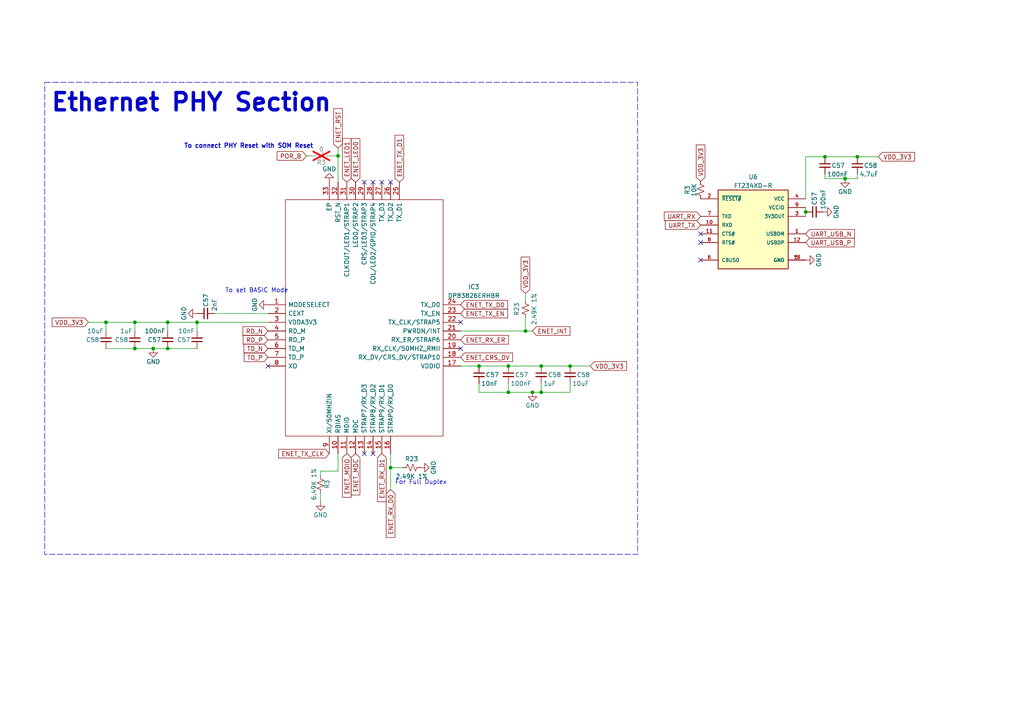
<source format=kicad_sch>
(kicad_sch (version 20230121) (generator eeschema)
  (paper "A4")
  (lib_symbols
    (symbol "DP83826ERHBR:DP83826ERHBR" (pin_names (offset 0.762))
      (property "Reference" "IC" (at 52.07 35.56 0))
      (property "Value" "DP83826ERHBR" (at 52.07 33.02 0))
      (symbol "DP83826ERHBR_0_0"
        (pin passive line (at 0 0 0) (length 5.08) (name "MODESELECT") (number "1"))
        (pin passive line (at 20.32 -43.18 90) (length 5.08) (name "RBIAS") (number "10"))
        (pin passive line (at 22.86 -43.18 90) (length 5.08) (name "MDIO") (number "11"))
        (pin passive line (at 25.4 -43.18 90) (length 5.08) (name "MDC") (number "12"))
        (pin passive line (at 27.94 -43.18 90) (length 5.08) (name "STRAP7/RX_D3") (number "13"))
        (pin passive line (at 30.48 -43.18 90) (length 5.08) (name "STRAP8/RX_D2") (number "14"))
        (pin passive line (at 33.02 -43.18 90) (length 5.08) (name "STRAP9/RX_D1") (number "15"))
        (pin passive line (at 35.56 -43.18 90) (length 5.08) (name "STRAP0/RX_D0") (number "16"))
        (pin passive line (at 55.88 -17.78 180) (length 5.08) (name "VDDIO") (number "17"))
        (pin passive line (at 55.88 -15.24 180) (length 5.08) (name "RX_DV/CRS_DV/STRAP10") (number "18"))
        (pin passive line (at 55.88 -12.7 180) (length 5.08) (name "RX_CLK/50MHZ_RMII") (number "19"))
        (pin passive line (at 0 -2.54 0) (length 5.08) (name "CEXT") (number "2"))
        (pin passive line (at 55.88 -10.16 180) (length 5.08) (name "RX_ER/STRAP6") (number "20"))
        (pin passive line (at 55.88 -7.62 180) (length 5.08) (name "PWRDN/INT") (number "21"))
        (pin passive line (at 55.88 -5.08 180) (length 5.08) (name "TX_CLK/STRAP5") (number "22"))
        (pin passive line (at 55.88 -2.54 180) (length 5.08) (name "TX_EN") (number "23"))
        (pin passive line (at 55.88 0 180) (length 5.08) (name "TX_D0") (number "24"))
        (pin passive line (at 38.1 35.56 270) (length 5.08) (name "TX_D1") (number "25"))
        (pin passive line (at 35.56 35.56 270) (length 5.08) (name "TX_D2") (number "26"))
        (pin passive line (at 33.02 35.56 270) (length 5.08) (name "TX_D3") (number "27"))
        (pin passive line (at 30.48 35.56 270) (length 5.08) (name "COL/LED2/GPIO/STRAP4") (number "28"))
        (pin passive line (at 27.94 35.56 270) (length 5.08) (name "CRS/LED3/STRAP3") (number "29"))
        (pin passive line (at 0 -5.08 0) (length 5.08) (name "VDDA3V3") (number "3"))
        (pin passive line (at 25.4 35.56 270) (length 5.08) (name "LED0/STRAP2") (number "30"))
        (pin passive line (at 22.86 35.56 270) (length 5.08) (name "CLKOUT/LED1/STRAP1") (number "31"))
        (pin passive line (at 20.32 35.56 270) (length 5.08) (name "RST_N") (number "32"))
        (pin passive line (at 17.78 35.56 270) (length 5.08) (name "EP") (number "33"))
        (pin passive line (at 0 -7.62 0) (length 5.08) (name "RD_M") (number "4"))
        (pin passive line (at 0 -10.16 0) (length 5.08) (name "RD_P") (number "5"))
        (pin passive line (at 0 -12.7 0) (length 5.08) (name "TD_M") (number "6"))
        (pin passive line (at 0 -15.24 0) (length 5.08) (name "TD_P") (number "7"))
        (pin passive line (at 0 -17.78 0) (length 5.08) (name "XO") (number "8"))
        (pin passive line (at 17.78 -43.18 90) (length 5.08) (name "XI/50MHZIN") (number "9"))
      )
      (symbol "DP83826ERHBR_0_1"
        (polyline (pts (xy 5.08 30.48) (xy 50.8 30.48) (xy 50.8 -38.1) (xy 5.08 -38.1) (xy 5.08 30.48)) (stroke (width 0.1524)))
      )
    )
    (symbol "Device:C_Small" (pin_numbers hide) (pin_names (offset 0.254) hide)
      (property "Reference" "C" (at 0.254 1.778 0))
      (property "Value" "C_Small" (at 0.254 -2.032 0))
      (symbol "C_Small_0_1"
        (polyline (pts (xy -1.524 -0.508) (xy 1.524 -0.508)) (stroke (width 0.3302)))
        (polyline (pts (xy -1.524 0.508) (xy 1.524 0.508)) (stroke (width 0.3048)))
      )
      (symbol "C_Small_1_1"
        (pin passive line (at 0 2.54 270) (length 2.032) (name "~") (number "1"))
        (pin passive line (at 0 -2.54 90) (length 2.032) (name "~") (number "2"))
      )
    )
    (symbol "Device:R_Small_US" (pin_numbers hide) (pin_names (offset 0.254) hide)
      (property "Reference" "R" (at 0.762 0.508 0))
      (property "Value" "R_Small_US" (at 0.762 -1.016 0))
      (symbol "R_Small_US_1_1"
        (polyline (pts (xy 0 0) (xy 1.016 -0.381) (xy 0 -0.762) (xy -1.016 -1.143) (xy 0 -1.524)))
        (polyline (pts (xy 0 1.524) (xy 1.016 1.143) (xy 0 0.762) (xy -1.016 0.381) (xy 0 0)))
        (pin passive line (at 0 2.54 270) (length 1.016) (name "~") (number "1"))
        (pin passive line (at 0 -2.54 90) (length 1.016) (name "~") (number "2"))
      )
    )
    (symbol "FT234XD-R:FT234XD-R" (pin_names (offset 1.016))
      (property "Reference" "U" (at -10.16 13.97 0))
      (property "Value" "FT234XD-R" (at -10.16 -11.43 0))
      (symbol "FT234XD-R_0_0"
        (rectangle (start -10.16 -10.16) (end 10.16 12.7) (stroke (width 0.254)) (fill (type background)))
        (pin bidirectional line (at 15.24 0 180) (length 5.08) (name "USBDM") (number "1"))
        (pin input line (at -15.24 2.54 0) (length 5.08) (name "RXD") (number "10"))
        (pin input line (at -15.24 0 0) (length 5.08) (name "CTS#") (number "11"))
        (pin bidirectional line (at 15.24 -2.54 180) (length 5.08) (name "USBDP") (number "12"))
        (pin power_in line (at 15.24 -7.62 180) (length 5.08) (name "GND") (number "13"))
        (pin input line (at -15.24 10.16 0) (length 5.08) (name "~{RESET#}") (number "2"))
        (pin output line (at 15.24 5.08 180) (length 5.08) (name "3V3OUT") (number "3"))
        (pin power_in line (at 15.24 10.16 180) (length 5.08) (name "VCC") (number "4"))
        (pin power_in line (at 15.24 -7.62 180) (length 5.08) (name "GND") (number "5"))
        (pin bidirectional line (at -15.24 -7.62 0) (length 5.08) (name "CBUS0") (number "6"))
        (pin output line (at -15.24 5.08 0) (length 5.08) (name "TXD") (number "7"))
        (pin output line (at -15.24 -2.54 0) (length 5.08) (name "RTS#") (number "8"))
        (pin power_in line (at 15.24 7.62 180) (length 5.08) (name "VCCIO") (number "9"))
      )
    )
    (symbol "power:GND" (power) (pin_names (offset 0))
      (property "Value" "GND" (at 0 -3.81 0))
      (symbol "GND_0_1"
        (polyline (pts (xy 0 0) (xy 0 -1.27) (xy 1.27 -1.27) (xy 0 -2.54) (xy -1.27 -1.27) (xy 0 -1.27)))
      )
      (symbol "GND_1_1"
        (pin power_in line (at 0 0 270) (length 0) hide (name "GND") (number "1"))
      )
    )
  )
  (junction (at 39.116 101.092))
  (junction (at 233.68 61.468))
  (junction (at 165.354 106.172))
  (junction (at 147.447 106.172))
  (junction (at 248.666 45.466))
  (junction (at 48.641 93.472))
  (junction (at 154.432 113.792))
  (junction (at 30.734 93.472))
  (junction (at 152.4 96.012))
  (junction (at 113.284 135.636))
  (junction (at 245.11 51.816))
  (junction (at 48.641 101.092))
  (junction (at 239.268 45.466))
  (junction (at 147.447 113.792))
  (junction (at 138.938 106.172))
  (junction (at 98.044 45.212))
  (junction (at 57.15 93.472))
  (junction (at 156.972 113.792))
  (junction (at 39.116 93.472))
  (junction (at 156.972 106.172))
  (junction (at 44.45 101.092))
  (no_connect (at 133.604 93.472))
  (no_connect (at 113.284 52.832))
  (no_connect (at 203.2 70.358))
  (no_connect (at 77.724 106.172))
  (no_connect (at 105.664 131.572))
  (no_connect (at 203.2 67.818))
  (no_connect (at 108.204 131.572))
  (no_connect (at 203.2 75.438))
  (no_connect (at 110.744 52.832))
  (no_connect (at 133.604 101.092))
  (no_connect (at 108.204 52.832))
  (no_connect (at 105.664 52.832))
  (wire (pts (xy 156.972 113.792) (xy 165.354 113.792)))
  (wire (pts (xy 98.044 136.652) (xy 98.044 131.572)))
  (wire (pts (xy 152.4 85.09) (xy 152.4 87.122)))
  (wire (pts (xy 48.641 96.012) (xy 48.641 93.472)))
  (wire (pts (xy 233.68 45.466) (xy 239.268 45.466)))
  (wire (pts (xy 92.964 136.652) (xy 98.044 136.652)))
  (wire (pts (xy 39.116 93.472) (xy 48.641 93.472)))
  (wire (pts (xy 147.447 106.172) (xy 156.972 106.172)))
  (wire (pts (xy 154.432 113.792) (xy 156.972 113.792)))
  (wire (pts (xy 233.68 61.468) (xy 233.68 62.738)))
  (wire (pts (xy 245.11 51.816) (xy 248.666 51.816)))
  (wire (pts (xy 57.15 93.472) (xy 48.641 93.472)))
  (wire (pts (xy 248.666 45.466) (xy 254.762 45.466)))
  (wire (pts (xy 239.268 51.816) (xy 245.11 51.816)))
  (wire (pts (xy 113.284 141.986) (xy 113.284 135.636)))
  (wire (pts (xy 165.354 106.172) (xy 171.196 106.172)))
  (wire (pts (xy 165.354 111.252) (xy 165.354 113.792)))
  (wire (pts (xy 48.641 101.092) (xy 44.45 101.092)))
  (wire (pts (xy 98.044 45.212) (xy 98.044 52.832)))
  (wire (pts (xy 92.964 143.002) (xy 92.964 145.542)))
  (wire (pts (xy 98.044 42.926) (xy 98.044 45.212)))
  (wire (pts (xy 248.666 51.816) (xy 248.666 50.546)))
  (wire (pts (xy 138.938 111.252) (xy 138.938 113.792)))
  (wire (pts (xy 62.23 90.932) (xy 77.724 90.932)))
  (wire (pts (xy 133.604 106.172) (xy 138.938 106.172)))
  (wire (pts (xy 113.284 135.636) (xy 113.284 131.572)))
  (wire (pts (xy 57.15 96.012) (xy 57.15 93.472)))
  (wire (pts (xy 147.447 113.792) (xy 154.432 113.792)))
  (wire (pts (xy 233.68 60.198) (xy 233.68 61.468)))
  (wire (pts (xy 138.938 106.172) (xy 147.447 106.172)))
  (wire (pts (xy 138.938 113.792) (xy 147.447 113.792)))
  (wire (pts (xy 239.268 45.466) (xy 248.666 45.466)))
  (wire (pts (xy 113.284 135.636) (xy 116.84 135.636)))
  (wire (pts (xy 152.4 96.012) (xy 133.604 96.012)))
  (wire (pts (xy 44.45 101.092) (xy 39.116 101.092)))
  (wire (pts (xy 39.116 93.472) (xy 30.734 93.472)))
  (wire (pts (xy 25.654 93.472) (xy 30.734 93.472)))
  (wire (pts (xy 39.116 96.012) (xy 39.116 93.472)))
  (wire (pts (xy 39.116 101.092) (xy 30.734 101.092)))
  (wire (pts (xy 30.734 96.012) (xy 30.734 93.472)))
  (wire (pts (xy 239.268 50.546) (xy 239.268 51.816)))
  (wire (pts (xy 88.9 45.212) (xy 90.678 45.212)))
  (wire (pts (xy 147.447 111.252) (xy 147.447 113.792)))
  (wire (pts (xy 156.972 111.252) (xy 156.972 113.792)))
  (wire (pts (xy 233.68 57.658) (xy 233.68 45.466)))
  (wire (pts (xy 77.724 93.472) (xy 57.15 93.472)))
  (wire (pts (xy 152.4 92.202) (xy 152.4 96.012)))
  (wire (pts (xy 95.758 45.212) (xy 98.044 45.212)))
  (wire (pts (xy 156.972 106.172) (xy 165.354 106.172)))
  (wire (pts (xy 92.964 136.652) (xy 92.964 137.922)))
  (wire (pts (xy 57.15 101.092) (xy 48.641 101.092)))
  (wire (pts (xy 154.432 96.012) (xy 152.4 96.012)))
  (rectangle (start 12.954 23.876) (end 184.912 160.782) (stroke (width 0) (type dash)))
  (text "Ethernet PHY Section" (at 14.478 32.766 0) (effects (font (size 5 5) bold) (justify left bottom)))
  (text "For Full Duplex" (at 114.554 140.716 0) (effects (font (size 1.27 1.27)) (justify left bottom)))
  (text "To set BASIC Mode" (at 65.278 85.09 0) (effects (font (size 1.27 1.27)) (justify left bottom)))
  (text "To connect PHY Reset with SOM Reset" (at 53.34 43.18 0) (effects (font (size 1.27 1.27) bold) (justify left bottom)))
  (global_label "UART_TX" (shape input) (at 203.2 65.278 180) (property "Intersheetrefs" "${INTERSHEET_REFS}" (effects hide)))
  (global_label "ENET_TX_CLK" (shape input) (at 95.504 131.572 180) (property "Intersheetrefs" "${INTERSHEET_REFS}" (effects hide)))
  (global_label "RD_P" (shape input) (at 77.724 98.552 180) (property "Intersheetrefs" "${INTERSHEET_REFS}" (effects hide)))
  (global_label "VDD_3V3" (shape input) (at 254.762 45.466 0) (property "Intersheetrefs" "${INTERSHEET_REFS}" (effects hide)))
  (global_label "TD_P" (shape input) (at 77.724 103.632 180) (property "Intersheetrefs" "${INTERSHEET_REFS}" (effects hide)))
  (global_label "ENET_RX_D0" (shape input) (at 113.284 141.986 270) (property "Intersheetrefs" "${INTERSHEET_REFS}" (effects hide)))
  (global_label "ENET_TX_D0" (shape input) (at 133.604 88.392 0) (property "Intersheetrefs" "${INTERSHEET_REFS}" (effects hide)))
  (global_label "ENET_RX_ER" (shape input) (at 133.604 98.552 0) (property "Intersheetrefs" "${INTERSHEET_REFS}" (effects hide)))
  (global_label "TD_N" (shape input) (at 77.724 101.092 180) (property "Intersheetrefs" "${INTERSHEET_REFS}" (effects hide)))
  (global_label "UART_USB_P" (shape input) (at 233.68 70.358 0) (property "Intersheetrefs" "${INTERSHEET_REFS}" (effects hide)))
  (global_label "ENET_TX_D1" (shape input) (at 115.824 52.832 90) (property "Intersheetrefs" "${INTERSHEET_REFS}" (effects hide)))
  (global_label "ENET_RX_D1" (shape input) (at 110.744 131.572 270) (property "Intersheetrefs" "${INTERSHEET_REFS}" (effects hide)))
  (global_label "ENET_LED1" (shape input) (at 100.584 52.832 90) (property "Intersheetrefs" "${INTERSHEET_REFS}" (effects hide)))
  (global_label "ENET_MDC" (shape input) (at 103.124 131.572 270) (property "Intersheetrefs" "${INTERSHEET_REFS}" (effects hide)))
  (global_label "VDD_3V3" (shape input) (at 152.4 85.09 90) (property "Intersheetrefs" "${INTERSHEET_REFS}" (effects hide)))
  (global_label "RD_N" (shape input) (at 77.724 96.012 180) (property "Intersheetrefs" "${INTERSHEET_REFS}" (effects hide)))
  (global_label "ENET_CRS_DV" (shape input) (at 133.604 103.632 0) (property "Intersheetrefs" "${INTERSHEET_REFS}" (effects hide)))
  (global_label "VDD_3V3" (shape input) (at 203.2 52.578 90) (property "Intersheetrefs" "${INTERSHEET_REFS}" (effects hide)))
  (global_label "VDD_3V3" (shape input) (at 25.654 93.472 180) (property "Intersheetrefs" "${INTERSHEET_REFS}" (effects hide)))
  (global_label "POR_B" (shape input) (at 88.9 45.212 180) (property "Intersheetrefs" "${INTERSHEET_REFS}" (effects hide)))
  (global_label "ENET_MDIO" (shape input) (at 100.584 131.572 270) (property "Intersheetrefs" "${INTERSHEET_REFS}" (effects hide)))
  (global_label "ENET_TX_EN" (shape input) (at 133.604 90.932 0) (property "Intersheetrefs" "${INTERSHEET_REFS}" (effects hide)))
  (global_label "VDD_3V3" (shape input) (at 171.196 106.172 0) (property "Intersheetrefs" "${INTERSHEET_REFS}" (effects hide)))
  (global_label "UART_RX" (shape input) (at 203.2 62.738 180) (property "Intersheetrefs" "${INTERSHEET_REFS}" (effects hide)))
  (global_label "ENET_LED0" (shape input) (at 103.124 52.832 90) (property "Intersheetrefs" "${INTERSHEET_REFS}" (effects hide)))
  (global_label "ENET_INT" (shape input) (at 154.432 96.012 0) (property "Intersheetrefs" "${INTERSHEET_REFS}" (effects hide)))
  (global_label "ENET_RST" (shape input) (at 98.044 42.926 90) (property "Intersheetrefs" "${INTERSHEET_REFS}" (effects hide)))
  (global_label "UART_USB_N" (shape input) (at 233.68 67.818 0) (property "Intersheetrefs" "${INTERSHEET_REFS}" (effects hide)))
  (symbol (lib_id "power:GND") (at 154.432 113.792 0) (unit 1)
    (property "Reference" "#PWR046" (effects hide))
    (property "Value" "GND" (at 154.432 117.602 0))
    (instances (project "i.MXRT SoM" (path "" (reference "#PWR046") (unit 1)) (path "" (reference "#PWR055") (unit 1))))
  )
  (symbol (lib_id "Device:C_Small") (at 147.447 108.712 0) (unit 1)
    (property "Reference" "C57" (at 149.352 108.712 0) (effects (justify left)))
    (property "Value" "100nF" (at 148.082 111.252 0) (effects (justify left)))
    (property "Footprint" "Capacitor_SMD:C_0402_1005Metric" (effects hide))
    (instances (project "i.MXRT SoM" (path "" (reference "C57") (unit 1)) (path "" (reference "C52") (unit 1))))
  )
  (symbol (lib_id "Device:C_Small") (at 59.69 90.932 90) (unit 1)
    (property "Reference" "C57" (at 59.69 89.027 0) (effects (justify left)))
    (property "Value" "2nF" (at 62.23 90.297 0) (effects (justify left)))
    (property "Footprint" "Capacitor_SMD:C_0402_1005Metric" (effects hide))
    (instances (project "i.MXRT SoM" (path "" (reference "C57") (unit 1)) (path "" (reference "C56") (unit 1))))
  )
  (symbol (lib_id "Device:R_Small_US") (at 119.38 135.636 270) (unit 1)
    (property "Reference" "R23" (at 119.38 133.096 90))
    (property "Value" "2.49K 1%" (at 119.38 138.176 90))
    (property "Footprint" "Resistor_SMD:R_0603_1608Metric" (effects hide))
    (instances (project "i.MXRT SoM" (path "" (reference "R23") (unit 1)) (path "" (reference "R30") (unit 1))))
  )
  (symbol (lib_id "power:GND") (at 57.15 90.932 270) (unit 1)
    (property "Reference" "#PWR046" (effects hide))
    (property "Value" "GND" (at 53.34 90.932 0))
    (instances (project "i.MXRT SoM" (path "" (reference "#PWR046") (unit 1)) (path "" (reference "#PWR041") (unit 1))))
  )
  (symbol (lib_id "power:GND") (at 233.68 75.438 90) (unit 1)
    (property "Reference" "#PWR046" (effects hide))
    (property "Value" "GND" (at 237.49 75.438 0))
    (instances (project "i.MXRT SoM" (path "" (reference "#PWR046") (unit 1)) (path "" (reference "#PWR070") (unit 1))))
  )
  (symbol (lib_id "Device:C_Small") (at 138.938 108.712 0) (unit 1)
    (property "Reference" "C57" (at 140.843 108.712 0) (effects (justify left)))
    (property "Value" "10nF" (at 139.573 111.252 0) (effects (justify left)))
    (property "Footprint" "Capacitor_SMD:C_0402_1005Metric" (effects hide))
    (instances (project "i.MXRT SoM" (path "" (reference "C57") (unit 1)) (path "" (reference "C77") (unit 1))))
  )
  (symbol (lib_id "power:GND") (at 238.76 61.468 90) (unit 1)
    (property "Reference" "#PWR046" (effects hide))
    (property "Value" "GND" (at 242.57 61.468 0))
    (instances (project "i.MXRT SoM" (path "" (reference "#PWR046") (unit 1)) (path "" (reference "#PWR059") (unit 1))))
  )
  (symbol (lib_id "Device:C_Small") (at 39.116 98.552 180) (unit 1)
    (property "Reference" "C58" (at 37.211 98.552 0) (effects (justify left)))
    (property "Value" "1uF" (at 38.481 96.012 0) (effects (justify left)))
    (property "Footprint" "Capacitor_SMD:C_0603_1608Metric" (effects hide))
    (instances (project "i.MXRT SoM" (path "" (reference "C58") (unit 1)) (path "" (reference "C81") (unit 1))))
  )
  (symbol (lib_id "Device:R_Small_US") (at 92.964 140.462 180) (unit 1)
    (property "Reference" "R3" (at 94.869 140.462 90))
    (property "Value" "6.49K 1%" (at 91.059 140.462 90))
    (property "Footprint" "Resistor_SMD:R_0603_1608Metric" (effects hide))
    (instances (project "i.MXRT SoM" (path "" (reference "R3") (unit 1)) (path "" (reference "R29") (unit 1))))
  )
  (symbol (lib_id "FT234XD-R:FT234XD-R") (at 218.44 67.818 0) (unit 1)
    (property "Reference" "U6" (at 218.44 51.308 0))
    (property "Value" "FT234XD-R" (at 218.44 53.848 0))
    (property "Footprint" "SON45P300X300X80-13N" (effects hide))
    (property "STANDARD" "IPC-7351B" (effects hide))
    (property "MAXIMUM_PACKAGE_HEIGHT" "0.8mm" (effects hide))
    (property "MANUFACTURER" "FTDI" (effects hide))
    (property "PARTREV" "Version 1.2" (effects hide))
  )
  (symbol (lib_id "power:GND") (at 245.11 51.816 0) (unit 1)
    (property "Reference" "#PWR046" (effects hide))
    (property "Value" "GND" (at 245.11 55.626 0))
    (instances (project "i.MXRT SoM" (path "" (reference "#PWR046") (unit 1)) (path "" (reference "#PWR038") (unit 1))))
  )
  (symbol (lib_id "power:GND") (at 92.964 145.542 0) (unit 1)
    (property "Reference" "#PWR046" (effects hide))
    (property "Value" "GND" (at 92.964 149.352 0))
    (instances (project "i.MXRT SoM" (path "" (reference "#PWR046") (unit 1)) (path "" (reference "#PWR042") (unit 1))))
  )
  (symbol (lib_id "Device:C_Small") (at 248.666 48.006 0) (unit 1)
    (property "Reference" "C58" (at 250.571 48.006 0) (effects (justify left)))
    (property "Value" "4.7uF" (at 249.301 50.546 0) (effects (justify left)))
    (property "Footprint" "Capacitor_SMD:C_0603_1608Metric" (effects hide))
    (instances (project "i.MXRT SoM" (path "" (reference "C58") (unit 1)) (path "" (reference "C84") (unit 1))))
  )
  (symbol (lib_id "DP83826ERHBR:DP83826ERHBR") (at 77.724 88.392 0) (unit 1)
    (property "Reference" "IC3" (at 137.414 83.2103 0))
    (property "Value" "DP83826ERHBR" (at 137.414 85.7503 0))
    (property "Footprint" "QFN50P500X500X100-33N-D" (effects hide))
    (property "Datasheet" "https://www.ti.com/lit/ds/symlink/dp83826i.pdf?ts=1636699378977&ref_url=https%253A%252F%252Fwww.ti.com%252Fproduct%252FDP83826I" (effects hide))
    (property "Description" "Ethernet ICs Low latency 10/100-Mbps PHY with MII interface and enhanced mode 32-VQFN -40 to 105" (effects hide))
    (property "Height" "1" (effects hide))
    (property "Mouser Part Number" "595-DP83826ERHBR" (effects hide))
    (property "Mouser Price/Stock" "https://www.mouser.co.uk/ProductDetail/Texas-Instruments/DP83826ERHBR?qs=xZ%2FP%252Ba9zWqY4e7L7xapfgA%3D%3D" (effects hide))
    (property "Manufacturer_Name" "Texas Instruments" (effects hide))
    (property "Manufacturer_Part_Number" "DP83826ERHBR" (effects hide))
  )
  (symbol (lib_id "power:GND") (at 44.45 101.092 0) (unit 1)
    (property "Reference" "#PWR046" (effects hide))
    (property "Value" "GND" (at 44.45 104.902 0))
    (instances (project "i.MXRT SoM" (path "" (reference "#PWR046") (unit 1)) (path "" (reference "#PWR056") (unit 1))))
  )
  (symbol (lib_id "Device:C_Small") (at 239.268 48.006 0) (unit 1)
    (property "Reference" "C57" (at 241.173 48.006 0) (effects (justify left)))
    (property "Value" "100nF" (at 239.903 50.546 0) (effects (justify left)))
    (property "Footprint" "Capacitor_SMD:C_0402_1005Metric" (effects hide))
    (instances (project "i.MXRT SoM" (path "" (reference "C57") (unit 1)) (path "" (reference "C83") (unit 1))))
  )
  (symbol (lib_id "Device:R_Small_US") (at 152.4 89.662 0) (unit 1)
    (property "Reference" "R23" (at 149.86 89.662 90))
    (property "Value" "2.49K 1%" (at 154.94 89.662 90))
    (property "Footprint" "Resistor_SMD:R_0603_1608Metric" (effects hide))
    (instances (project "i.MXRT SoM" (path "" (reference "R23") (unit 1)) (path "" (reference "R31") (unit 1))))
  )
  (symbol (lib_id "Device:R_Small_US") (at 93.218 45.212 90) (unit 1) (dnp yes)
    (property "Reference" "R3" (at 93.218 47.117 90))
    (property "Value" "0" (at 93.218 43.307 90))
    (property "Footprint" "Resistor_SMD:R_0402_1005Metric" (effects hide))
    (instances (project "i.MXRT SoM" (path "" (reference "R3") (unit 1)) (path "" (reference "R36") (unit 1))))
  )
  (symbol (lib_id "Device:C_Small") (at 57.15 98.552 180) (unit 1)
    (property "Reference" "C57" (at 55.245 98.552 0) (effects (justify left)))
    (property "Value" "10nF" (at 56.515 96.012 0) (effects (justify left)))
    (property "Footprint" "Capacitor_SMD:C_0402_1005Metric" (effects hide))
    (instances (project "i.MXRT SoM" (path "" (reference "C57") (unit 1)) (path "" (reference "C79") (unit 1))))
  )
  (symbol (lib_id "power:GND") (at 121.92 135.636 90) (unit 1)
    (property "Reference" "#PWR046" (effects hide))
    (property "Value" "GND" (at 125.73 135.636 0))
    (instances (project "i.MXRT SoM" (path "" (reference "#PWR046") (unit 1)) (path "" (reference "#PWR057") (unit 1))))
  )
  (symbol (lib_id "Device:C_Small") (at 156.972 108.712 0) (unit 1)
    (property "Reference" "C58" (at 158.877 108.712 0) (effects (justify left)))
    (property "Value" "1uF" (at 157.607 111.252 0) (effects (justify left)))
    (property "Footprint" "Capacitor_SMD:C_0603_1608Metric" (effects hide))
    (instances (project "i.MXRT SoM" (path "" (reference "C58") (unit 1)) (path "" (reference "C54") (unit 1))))
  )
  (symbol (lib_id "power:GND") (at 95.504 52.832 180) (unit 1)
    (property "Reference" "#PWR046" (effects hide))
    (property "Value" "GND" (at 95.504 49.022 0))
    (instances (project "i.MXRT SoM" (path "" (reference "#PWR046") (unit 1)) (path "" (reference "#PWR058") (unit 1))))
  )
  (symbol (lib_id "Device:C_Small") (at 236.22 61.468 90) (unit 1)
    (property "Reference" "C57" (at 236.22 59.563 0) (effects (justify left)))
    (property "Value" "100nF" (at 238.76 60.833 0) (effects (justify left)))
    (property "Footprint" "Capacitor_SMD:C_0402_1005Metric" (effects hide))
    (instances (project "i.MXRT SoM" (path "" (reference "C57") (unit 1)) (path "" (reference "C85") (unit 1))))
  )
  (symbol (lib_id "Device:R_Small_US") (at 203.2 55.118 180) (unit 1)
    (property "Reference" "R3" (at 199.39 55.118 90))
    (property "Value" "10K" (at 201.295 55.118 90))
    (property "Footprint" "Resistor_SMD:R_0603_1608Metric" (effects hide))
    (instances (project "i.MXRT SoM" (path "" (reference "R3") (unit 1)) (path "" (reference "R41") (unit 1))))
  )
  (symbol (lib_id "Device:C_Small") (at 30.734 98.552 180) (unit 1)
    (property "Reference" "C58" (at 28.829 98.552 0) (effects (justify left)))
    (property "Value" "10uF" (at 30.099 96.012 0) (effects (justify left)))
    (property "Footprint" "Capacitor_SMD:C_0603_1608Metric" (effects hide))
    (instances (project "i.MXRT SoM" (path "" (reference "C58") (unit 1)) (path "" (reference "C82") (unit 1))))
  )
  (symbol (lib_id "power:GND") (at 77.724 88.392 270) (unit 1)
    (property "Reference" "#PWR046" (effects hide))
    (property "Value" "GND" (at 73.914 88.392 0))
    (instances (project "i.MXRT SoM" (path "" (reference "#PWR046") (unit 1)) (path "" (reference "#PWR040") (unit 1))))
  )
  (symbol (lib_id "Device:C_Small") (at 165.354 108.712 0) (unit 1)
    (property "Reference" "C58" (at 167.259 108.712 0) (effects (justify left)))
    (property "Value" "10uF" (at 165.989 111.252 0) (effects (justify left)))
    (property "Footprint" "Capacitor_SMD:C_0603_1608Metric" (effects hide))
    (instances (project "i.MXRT SoM" (path "" (reference "C58") (unit 1)) (path "" (reference "C78") (unit 1))))
  )
  (symbol (lib_id "Device:C_Small") (at 48.641 98.552 180) (unit 1)
    (property "Reference" "C57" (at 46.736 98.552 0) (effects (justify left)))
    (property "Value" "100nF" (at 48.006 96.012 0) (effects (justify left)))
    (property "Footprint" "Capacitor_SMD:C_0402_1005Metric" (effects hide))
    (instances (project "i.MXRT SoM" (path "" (reference "C57") (unit 1)) (path "" (reference "C80") (unit 1))))
  )
)
</source>
